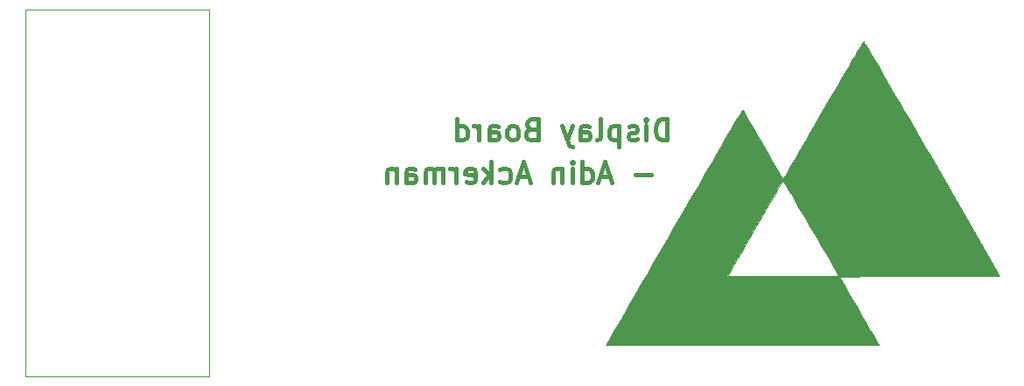
<source format=gbr>
G04 #@! TF.GenerationSoftware,KiCad,Pcbnew,(5.1.5)-3*
G04 #@! TF.CreationDate,2020-06-23T15:46:55-07:00*
G04 #@! TF.ProjectId,Display Board,44697370-6c61-4792-9042-6f6172642e6b,rev?*
G04 #@! TF.SameCoordinates,Original*
G04 #@! TF.FileFunction,Legend,Bot*
G04 #@! TF.FilePolarity,Positive*
%FSLAX46Y46*%
G04 Gerber Fmt 4.6, Leading zero omitted, Abs format (unit mm)*
G04 Created by KiCad (PCBNEW (5.1.5)-3) date 2020-06-23 15:46:55*
%MOMM*%
%LPD*%
G04 APERTURE LIST*
%ADD10C,0.406400*%
%ADD11C,0.010000*%
%ADD12C,0.120000*%
G04 APERTURE END LIST*
D10*
X162803840Y-93490142D02*
X161255649Y-93490142D01*
X158836601Y-93683666D02*
X157868982Y-93683666D01*
X159030125Y-94264238D02*
X158352792Y-92232238D01*
X157675459Y-94264238D01*
X156127268Y-94264238D02*
X156127268Y-92232238D01*
X156127268Y-94167476D02*
X156320792Y-94264238D01*
X156707840Y-94264238D01*
X156901363Y-94167476D01*
X156998125Y-94070714D01*
X157094887Y-93877190D01*
X157094887Y-93296619D01*
X156998125Y-93103095D01*
X156901363Y-93006333D01*
X156707840Y-92909571D01*
X156320792Y-92909571D01*
X156127268Y-93006333D01*
X155159649Y-94264238D02*
X155159649Y-92909571D01*
X155159649Y-92232238D02*
X155256411Y-92329000D01*
X155159649Y-92425761D01*
X155062887Y-92329000D01*
X155159649Y-92232238D01*
X155159649Y-92425761D01*
X154192030Y-92909571D02*
X154192030Y-94264238D01*
X154192030Y-93103095D02*
X154095268Y-93006333D01*
X153901744Y-92909571D01*
X153611459Y-92909571D01*
X153417935Y-93006333D01*
X153321173Y-93199857D01*
X153321173Y-94264238D01*
X150902125Y-93683666D02*
X149934506Y-93683666D01*
X151095649Y-94264238D02*
X150418316Y-92232238D01*
X149740982Y-94264238D01*
X148192792Y-94167476D02*
X148386316Y-94264238D01*
X148773363Y-94264238D01*
X148966887Y-94167476D01*
X149063649Y-94070714D01*
X149160411Y-93877190D01*
X149160411Y-93296619D01*
X149063649Y-93103095D01*
X148966887Y-93006333D01*
X148773363Y-92909571D01*
X148386316Y-92909571D01*
X148192792Y-93006333D01*
X147321935Y-94264238D02*
X147321935Y-92232238D01*
X147128411Y-93490142D02*
X146547840Y-94264238D01*
X146547840Y-92909571D02*
X147321935Y-93683666D01*
X144902887Y-94167476D02*
X145096411Y-94264238D01*
X145483459Y-94264238D01*
X145676982Y-94167476D01*
X145773744Y-93973952D01*
X145773744Y-93199857D01*
X145676982Y-93006333D01*
X145483459Y-92909571D01*
X145096411Y-92909571D01*
X144902887Y-93006333D01*
X144806125Y-93199857D01*
X144806125Y-93393380D01*
X145773744Y-93586904D01*
X143935268Y-94264238D02*
X143935268Y-92909571D01*
X143935268Y-93296619D02*
X143838506Y-93103095D01*
X143741744Y-93006333D01*
X143548220Y-92909571D01*
X143354697Y-92909571D01*
X142677363Y-94264238D02*
X142677363Y-92909571D01*
X142677363Y-93103095D02*
X142580601Y-93006333D01*
X142387078Y-92909571D01*
X142096792Y-92909571D01*
X141903268Y-93006333D01*
X141806506Y-93199857D01*
X141806506Y-94264238D01*
X141806506Y-93199857D02*
X141709744Y-93006333D01*
X141516220Y-92909571D01*
X141225935Y-92909571D01*
X141032411Y-93006333D01*
X140935649Y-93199857D01*
X140935649Y-94264238D01*
X139097173Y-94264238D02*
X139097173Y-93199857D01*
X139193935Y-93006333D01*
X139387459Y-92909571D01*
X139774506Y-92909571D01*
X139968030Y-93006333D01*
X139097173Y-94167476D02*
X139290697Y-94264238D01*
X139774506Y-94264238D01*
X139968030Y-94167476D01*
X140064792Y-93973952D01*
X140064792Y-93780428D01*
X139968030Y-93586904D01*
X139774506Y-93490142D01*
X139290697Y-93490142D01*
X139097173Y-93393380D01*
X138129554Y-92909571D02*
X138129554Y-94264238D01*
X138129554Y-93103095D02*
X138032792Y-93006333D01*
X137839268Y-92909571D01*
X137548982Y-92909571D01*
X137355459Y-93006333D01*
X137258697Y-93199857D01*
X137258697Y-94264238D01*
X164352030Y-90136738D02*
X164352030Y-88104738D01*
X163868220Y-88104738D01*
X163577935Y-88201500D01*
X163384411Y-88395023D01*
X163287649Y-88588547D01*
X163190887Y-88975595D01*
X163190887Y-89265880D01*
X163287649Y-89652928D01*
X163384411Y-89846452D01*
X163577935Y-90039976D01*
X163868220Y-90136738D01*
X164352030Y-90136738D01*
X162320030Y-90136738D02*
X162320030Y-88782071D01*
X162320030Y-88104738D02*
X162416792Y-88201500D01*
X162320030Y-88298261D01*
X162223268Y-88201500D01*
X162320030Y-88104738D01*
X162320030Y-88298261D01*
X161449173Y-90039976D02*
X161255649Y-90136738D01*
X160868601Y-90136738D01*
X160675078Y-90039976D01*
X160578316Y-89846452D01*
X160578316Y-89749690D01*
X160675078Y-89556166D01*
X160868601Y-89459404D01*
X161158887Y-89459404D01*
X161352411Y-89362642D01*
X161449173Y-89169119D01*
X161449173Y-89072357D01*
X161352411Y-88878833D01*
X161158887Y-88782071D01*
X160868601Y-88782071D01*
X160675078Y-88878833D01*
X159707459Y-88782071D02*
X159707459Y-90814071D01*
X159707459Y-88878833D02*
X159513935Y-88782071D01*
X159126887Y-88782071D01*
X158933363Y-88878833D01*
X158836601Y-88975595D01*
X158739840Y-89169119D01*
X158739840Y-89749690D01*
X158836601Y-89943214D01*
X158933363Y-90039976D01*
X159126887Y-90136738D01*
X159513935Y-90136738D01*
X159707459Y-90039976D01*
X157578697Y-90136738D02*
X157772220Y-90039976D01*
X157868982Y-89846452D01*
X157868982Y-88104738D01*
X155933744Y-90136738D02*
X155933744Y-89072357D01*
X156030506Y-88878833D01*
X156224030Y-88782071D01*
X156611078Y-88782071D01*
X156804601Y-88878833D01*
X155933744Y-90039976D02*
X156127268Y-90136738D01*
X156611078Y-90136738D01*
X156804601Y-90039976D01*
X156901363Y-89846452D01*
X156901363Y-89652928D01*
X156804601Y-89459404D01*
X156611078Y-89362642D01*
X156127268Y-89362642D01*
X155933744Y-89265880D01*
X155159649Y-88782071D02*
X154675840Y-90136738D01*
X154192030Y-88782071D02*
X154675840Y-90136738D01*
X154869363Y-90620547D01*
X154966125Y-90717309D01*
X155159649Y-90814071D01*
X151192411Y-89072357D02*
X150902125Y-89169119D01*
X150805363Y-89265880D01*
X150708601Y-89459404D01*
X150708601Y-89749690D01*
X150805363Y-89943214D01*
X150902125Y-90039976D01*
X151095649Y-90136738D01*
X151869744Y-90136738D01*
X151869744Y-88104738D01*
X151192411Y-88104738D01*
X150998887Y-88201500D01*
X150902125Y-88298261D01*
X150805363Y-88491785D01*
X150805363Y-88685309D01*
X150902125Y-88878833D01*
X150998887Y-88975595D01*
X151192411Y-89072357D01*
X151869744Y-89072357D01*
X149547459Y-90136738D02*
X149740982Y-90039976D01*
X149837744Y-89943214D01*
X149934506Y-89749690D01*
X149934506Y-89169119D01*
X149837744Y-88975595D01*
X149740982Y-88878833D01*
X149547459Y-88782071D01*
X149257173Y-88782071D01*
X149063649Y-88878833D01*
X148966887Y-88975595D01*
X148870125Y-89169119D01*
X148870125Y-89749690D01*
X148966887Y-89943214D01*
X149063649Y-90039976D01*
X149257173Y-90136738D01*
X149547459Y-90136738D01*
X147128411Y-90136738D02*
X147128411Y-89072357D01*
X147225173Y-88878833D01*
X147418697Y-88782071D01*
X147805744Y-88782071D01*
X147999268Y-88878833D01*
X147128411Y-90039976D02*
X147321935Y-90136738D01*
X147805744Y-90136738D01*
X147999268Y-90039976D01*
X148096030Y-89846452D01*
X148096030Y-89652928D01*
X147999268Y-89459404D01*
X147805744Y-89362642D01*
X147321935Y-89362642D01*
X147128411Y-89265880D01*
X146160792Y-90136738D02*
X146160792Y-88782071D01*
X146160792Y-89169119D02*
X146064030Y-88975595D01*
X145967268Y-88878833D01*
X145773744Y-88782071D01*
X145580220Y-88782071D01*
X144032030Y-90136738D02*
X144032030Y-88104738D01*
X144032030Y-90039976D02*
X144225554Y-90136738D01*
X144612601Y-90136738D01*
X144806125Y-90039976D01*
X144902887Y-89943214D01*
X144999649Y-89749690D01*
X144999649Y-89169119D01*
X144902887Y-88975595D01*
X144806125Y-88878833D01*
X144612601Y-88782071D01*
X144225554Y-88782071D01*
X144032030Y-88878833D01*
D11*
G36*
X183311369Y-80592097D02*
G01*
X183233720Y-80719139D01*
X183110943Y-80924648D01*
X182945829Y-81203840D01*
X182741168Y-81551926D01*
X182499751Y-81964123D01*
X182224370Y-82435642D01*
X181917816Y-82961700D01*
X181582878Y-83537508D01*
X181222350Y-84158282D01*
X180839020Y-84819236D01*
X180435681Y-85515582D01*
X180015123Y-86242536D01*
X179580137Y-86995310D01*
X179438300Y-87240957D01*
X178999483Y-88000786D01*
X178574400Y-88736250D01*
X178165829Y-89442570D01*
X177776547Y-90114969D01*
X177409333Y-90748669D01*
X177066962Y-91338891D01*
X176752214Y-91880857D01*
X176467864Y-92369790D01*
X176216691Y-92800911D01*
X176001471Y-93169442D01*
X175824983Y-93470605D01*
X175690003Y-93699622D01*
X175599309Y-93851715D01*
X175555678Y-93922106D01*
X175552100Y-93926595D01*
X175523342Y-93883319D01*
X175447960Y-93758685D01*
X175329899Y-93559459D01*
X175173099Y-93292407D01*
X174981502Y-92964295D01*
X174759051Y-92581889D01*
X174509686Y-92151955D01*
X174237350Y-91681259D01*
X173945985Y-91176567D01*
X173639532Y-90644645D01*
X173596300Y-90569521D01*
X173287820Y-90033852D01*
X172993733Y-89524070D01*
X172718002Y-89046989D01*
X172464589Y-88609423D01*
X172237457Y-88218187D01*
X172040568Y-87880094D01*
X171877885Y-87601958D01*
X171753369Y-87390594D01*
X171670984Y-87252816D01*
X171634692Y-87195437D01*
X171633553Y-87194231D01*
X171606456Y-87236145D01*
X171531164Y-87361605D01*
X171410256Y-87566153D01*
X171246310Y-87845330D01*
X171041908Y-88194680D01*
X170799628Y-88609745D01*
X170522048Y-89086068D01*
X170211750Y-89619190D01*
X169871312Y-90204654D01*
X169503313Y-90838004D01*
X169110334Y-91514780D01*
X168694952Y-92230526D01*
X168259748Y-92980784D01*
X167807301Y-93761097D01*
X167340190Y-94567006D01*
X166860995Y-95394055D01*
X166372296Y-96237786D01*
X165876670Y-97093741D01*
X165376698Y-97957463D01*
X164874960Y-98824493D01*
X164374034Y-99690376D01*
X163876500Y-100550652D01*
X163384937Y-101400865D01*
X162901925Y-102236557D01*
X162430043Y-103053271D01*
X161971870Y-103846548D01*
X161529986Y-104611932D01*
X161106970Y-105344964D01*
X160705402Y-106041187D01*
X160327861Y-106696144D01*
X159976925Y-107305377D01*
X159655175Y-107864429D01*
X159365191Y-108368841D01*
X159109550Y-108814157D01*
X158890833Y-109195919D01*
X158711620Y-109509669D01*
X158574488Y-109750950D01*
X158482019Y-109915304D01*
X158436790Y-109998273D01*
X158432500Y-110007742D01*
X158482597Y-110009928D01*
X158630072Y-110012063D01*
X158870706Y-110014138D01*
X159200276Y-110016147D01*
X159614561Y-110018081D01*
X160109341Y-110019932D01*
X160680395Y-110021692D01*
X161323501Y-110023353D01*
X162034438Y-110024907D01*
X162808986Y-110026345D01*
X163642923Y-110027661D01*
X164532027Y-110028845D01*
X165472079Y-110029891D01*
X166458857Y-110030789D01*
X167488139Y-110031532D01*
X168555705Y-110032112D01*
X169657334Y-110032520D01*
X170788804Y-110032750D01*
X171620536Y-110032800D01*
X172999681Y-110032753D01*
X174280749Y-110032599D01*
X175467261Y-110032319D01*
X176562738Y-110031891D01*
X177570704Y-110031295D01*
X178494679Y-110030511D01*
X179338186Y-110029519D01*
X180104746Y-110028298D01*
X180797882Y-110026828D01*
X181421115Y-110025088D01*
X181977968Y-110023059D01*
X182471963Y-110020719D01*
X182906620Y-110018049D01*
X183285463Y-110015028D01*
X183612013Y-110011636D01*
X183889792Y-110007853D01*
X184122323Y-110003658D01*
X184313126Y-109999031D01*
X184465724Y-109993951D01*
X184583640Y-109988399D01*
X184670394Y-109982354D01*
X184729508Y-109975795D01*
X184764506Y-109968702D01*
X184778908Y-109961055D01*
X184779420Y-109956834D01*
X184749834Y-109901428D01*
X184673454Y-109765140D01*
X184554334Y-109555048D01*
X184396525Y-109278231D01*
X184204081Y-108941767D01*
X183981057Y-108552734D01*
X183731505Y-108118212D01*
X183459478Y-107645277D01*
X183169030Y-107141010D01*
X182881685Y-106642763D01*
X182578693Y-106117066D01*
X182291283Y-105617167D01*
X182023396Y-105149998D01*
X181778975Y-104722491D01*
X181561959Y-104341577D01*
X181376290Y-104014189D01*
X181225910Y-103747258D01*
X181114759Y-103547717D01*
X181046779Y-103422496D01*
X181025797Y-103378628D01*
X181077138Y-103375511D01*
X181224557Y-103372173D01*
X181462533Y-103368650D01*
X181785545Y-103364980D01*
X182188072Y-103361199D01*
X182664593Y-103357343D01*
X183209586Y-103353449D01*
X183817531Y-103349555D01*
X184482905Y-103345695D01*
X185200189Y-103341908D01*
X185963860Y-103338230D01*
X186768397Y-103334696D01*
X187608280Y-103331345D01*
X188477986Y-103328212D01*
X188780525Y-103327200D01*
X180939510Y-103327200D01*
X170165245Y-103327200D01*
X170305973Y-103081905D01*
X170694569Y-102405169D01*
X171089180Y-101719104D01*
X171486545Y-101029318D01*
X171883399Y-100341420D01*
X172276480Y-99661018D01*
X172662526Y-98993721D01*
X173038273Y-98345138D01*
X173400458Y-97720877D01*
X173745818Y-97126547D01*
X174071091Y-96567756D01*
X174373014Y-96050113D01*
X174648324Y-95579226D01*
X174893757Y-95160705D01*
X175106052Y-94800157D01*
X175281945Y-94503191D01*
X175418172Y-94275416D01*
X175511473Y-94122440D01*
X175558582Y-94049872D01*
X175563639Y-94044519D01*
X175592126Y-94088537D01*
X175667307Y-94213498D01*
X175785090Y-94412350D01*
X175941383Y-94678037D01*
X176132096Y-95003508D01*
X176353138Y-95381707D01*
X176600417Y-95805581D01*
X176869843Y-96268077D01*
X177157324Y-96762141D01*
X177458770Y-97280719D01*
X177770089Y-97816757D01*
X178087190Y-98363203D01*
X178405983Y-98913001D01*
X178722375Y-99459098D01*
X179032277Y-99994442D01*
X179331597Y-100511977D01*
X179616244Y-101004650D01*
X179882126Y-101465408D01*
X180125154Y-101887197D01*
X180341235Y-102262963D01*
X180526279Y-102585653D01*
X180676195Y-102848212D01*
X180786891Y-103043588D01*
X180854276Y-103164725D01*
X180866465Y-103187500D01*
X180939510Y-103327200D01*
X188780525Y-103327200D01*
X196522556Y-103301800D01*
X189952826Y-91922600D01*
X189378477Y-90928087D01*
X188817225Y-89956833D01*
X188271198Y-89012500D01*
X187742524Y-88098751D01*
X187233333Y-87219247D01*
X186745753Y-86377651D01*
X186281913Y-85577626D01*
X185843943Y-84822833D01*
X185433970Y-84116934D01*
X185054124Y-83463593D01*
X184706534Y-82866471D01*
X184393328Y-82329231D01*
X184116635Y-81855535D01*
X183878585Y-81449045D01*
X183681305Y-81113423D01*
X183526926Y-80852332D01*
X183417575Y-80669435D01*
X183355381Y-80568392D01*
X183341098Y-80548309D01*
X183311369Y-80592097D01*
G37*
X183311369Y-80592097D02*
X183233720Y-80719139D01*
X183110943Y-80924648D01*
X182945829Y-81203840D01*
X182741168Y-81551926D01*
X182499751Y-81964123D01*
X182224370Y-82435642D01*
X181917816Y-82961700D01*
X181582878Y-83537508D01*
X181222350Y-84158282D01*
X180839020Y-84819236D01*
X180435681Y-85515582D01*
X180015123Y-86242536D01*
X179580137Y-86995310D01*
X179438300Y-87240957D01*
X178999483Y-88000786D01*
X178574400Y-88736250D01*
X178165829Y-89442570D01*
X177776547Y-90114969D01*
X177409333Y-90748669D01*
X177066962Y-91338891D01*
X176752214Y-91880857D01*
X176467864Y-92369790D01*
X176216691Y-92800911D01*
X176001471Y-93169442D01*
X175824983Y-93470605D01*
X175690003Y-93699622D01*
X175599309Y-93851715D01*
X175555678Y-93922106D01*
X175552100Y-93926595D01*
X175523342Y-93883319D01*
X175447960Y-93758685D01*
X175329899Y-93559459D01*
X175173099Y-93292407D01*
X174981502Y-92964295D01*
X174759051Y-92581889D01*
X174509686Y-92151955D01*
X174237350Y-91681259D01*
X173945985Y-91176567D01*
X173639532Y-90644645D01*
X173596300Y-90569521D01*
X173287820Y-90033852D01*
X172993733Y-89524070D01*
X172718002Y-89046989D01*
X172464589Y-88609423D01*
X172237457Y-88218187D01*
X172040568Y-87880094D01*
X171877885Y-87601958D01*
X171753369Y-87390594D01*
X171670984Y-87252816D01*
X171634692Y-87195437D01*
X171633553Y-87194231D01*
X171606456Y-87236145D01*
X171531164Y-87361605D01*
X171410256Y-87566153D01*
X171246310Y-87845330D01*
X171041908Y-88194680D01*
X170799628Y-88609745D01*
X170522048Y-89086068D01*
X170211750Y-89619190D01*
X169871312Y-90204654D01*
X169503313Y-90838004D01*
X169110334Y-91514780D01*
X168694952Y-92230526D01*
X168259748Y-92980784D01*
X167807301Y-93761097D01*
X167340190Y-94567006D01*
X166860995Y-95394055D01*
X166372296Y-96237786D01*
X165876670Y-97093741D01*
X165376698Y-97957463D01*
X164874960Y-98824493D01*
X164374034Y-99690376D01*
X163876500Y-100550652D01*
X163384937Y-101400865D01*
X162901925Y-102236557D01*
X162430043Y-103053271D01*
X161971870Y-103846548D01*
X161529986Y-104611932D01*
X161106970Y-105344964D01*
X160705402Y-106041187D01*
X160327861Y-106696144D01*
X159976925Y-107305377D01*
X159655175Y-107864429D01*
X159365191Y-108368841D01*
X159109550Y-108814157D01*
X158890833Y-109195919D01*
X158711620Y-109509669D01*
X158574488Y-109750950D01*
X158482019Y-109915304D01*
X158436790Y-109998273D01*
X158432500Y-110007742D01*
X158482597Y-110009928D01*
X158630072Y-110012063D01*
X158870706Y-110014138D01*
X159200276Y-110016147D01*
X159614561Y-110018081D01*
X160109341Y-110019932D01*
X160680395Y-110021692D01*
X161323501Y-110023353D01*
X162034438Y-110024907D01*
X162808986Y-110026345D01*
X163642923Y-110027661D01*
X164532027Y-110028845D01*
X165472079Y-110029891D01*
X166458857Y-110030789D01*
X167488139Y-110031532D01*
X168555705Y-110032112D01*
X169657334Y-110032520D01*
X170788804Y-110032750D01*
X171620536Y-110032800D01*
X172999681Y-110032753D01*
X174280749Y-110032599D01*
X175467261Y-110032319D01*
X176562738Y-110031891D01*
X177570704Y-110031295D01*
X178494679Y-110030511D01*
X179338186Y-110029519D01*
X180104746Y-110028298D01*
X180797882Y-110026828D01*
X181421115Y-110025088D01*
X181977968Y-110023059D01*
X182471963Y-110020719D01*
X182906620Y-110018049D01*
X183285463Y-110015028D01*
X183612013Y-110011636D01*
X183889792Y-110007853D01*
X184122323Y-110003658D01*
X184313126Y-109999031D01*
X184465724Y-109993951D01*
X184583640Y-109988399D01*
X184670394Y-109982354D01*
X184729508Y-109975795D01*
X184764506Y-109968702D01*
X184778908Y-109961055D01*
X184779420Y-109956834D01*
X184749834Y-109901428D01*
X184673454Y-109765140D01*
X184554334Y-109555048D01*
X184396525Y-109278231D01*
X184204081Y-108941767D01*
X183981057Y-108552734D01*
X183731505Y-108118212D01*
X183459478Y-107645277D01*
X183169030Y-107141010D01*
X182881685Y-106642763D01*
X182578693Y-106117066D01*
X182291283Y-105617167D01*
X182023396Y-105149998D01*
X181778975Y-104722491D01*
X181561959Y-104341577D01*
X181376290Y-104014189D01*
X181225910Y-103747258D01*
X181114759Y-103547717D01*
X181046779Y-103422496D01*
X181025797Y-103378628D01*
X181077138Y-103375511D01*
X181224557Y-103372173D01*
X181462533Y-103368650D01*
X181785545Y-103364980D01*
X182188072Y-103361199D01*
X182664593Y-103357343D01*
X183209586Y-103353449D01*
X183817531Y-103349555D01*
X184482905Y-103345695D01*
X185200189Y-103341908D01*
X185963860Y-103338230D01*
X186768397Y-103334696D01*
X187608280Y-103331345D01*
X188477986Y-103328212D01*
X188780525Y-103327200D01*
X180939510Y-103327200D01*
X170165245Y-103327200D01*
X170305973Y-103081905D01*
X170694569Y-102405169D01*
X171089180Y-101719104D01*
X171486545Y-101029318D01*
X171883399Y-100341420D01*
X172276480Y-99661018D01*
X172662526Y-98993721D01*
X173038273Y-98345138D01*
X173400458Y-97720877D01*
X173745818Y-97126547D01*
X174071091Y-96567756D01*
X174373014Y-96050113D01*
X174648324Y-95579226D01*
X174893757Y-95160705D01*
X175106052Y-94800157D01*
X175281945Y-94503191D01*
X175418172Y-94275416D01*
X175511473Y-94122440D01*
X175558582Y-94049872D01*
X175563639Y-94044519D01*
X175592126Y-94088537D01*
X175667307Y-94213498D01*
X175785090Y-94412350D01*
X175941383Y-94678037D01*
X176132096Y-95003508D01*
X176353138Y-95381707D01*
X176600417Y-95805581D01*
X176869843Y-96268077D01*
X177157324Y-96762141D01*
X177458770Y-97280719D01*
X177770089Y-97816757D01*
X178087190Y-98363203D01*
X178405983Y-98913001D01*
X178722375Y-99459098D01*
X179032277Y-99994442D01*
X179331597Y-100511977D01*
X179616244Y-101004650D01*
X179882126Y-101465408D01*
X180125154Y-101887197D01*
X180341235Y-102262963D01*
X180526279Y-102585653D01*
X180676195Y-102848212D01*
X180786891Y-103043588D01*
X180854276Y-103164725D01*
X180866465Y-103187500D01*
X180939510Y-103327200D01*
X188780525Y-103327200D01*
X196522556Y-103301800D01*
X189952826Y-91922600D01*
X189378477Y-90928087D01*
X188817225Y-89956833D01*
X188271198Y-89012500D01*
X187742524Y-88098751D01*
X187233333Y-87219247D01*
X186745753Y-86377651D01*
X186281913Y-85577626D01*
X185843943Y-84822833D01*
X185433970Y-84116934D01*
X185054124Y-83463593D01*
X184706534Y-82866471D01*
X184393328Y-82329231D01*
X184116635Y-81855535D01*
X183878585Y-81449045D01*
X183681305Y-81113423D01*
X183526926Y-80852332D01*
X183417575Y-80669435D01*
X183355381Y-80568392D01*
X183341098Y-80548309D01*
X183311369Y-80592097D01*
D12*
X102235000Y-113030000D02*
X120015000Y-113030000D01*
X102235000Y-77470000D02*
X102235000Y-113030000D01*
X120015000Y-77470000D02*
X102235000Y-77470000D01*
X120015000Y-113030000D02*
X120015000Y-77470000D01*
M02*

</source>
